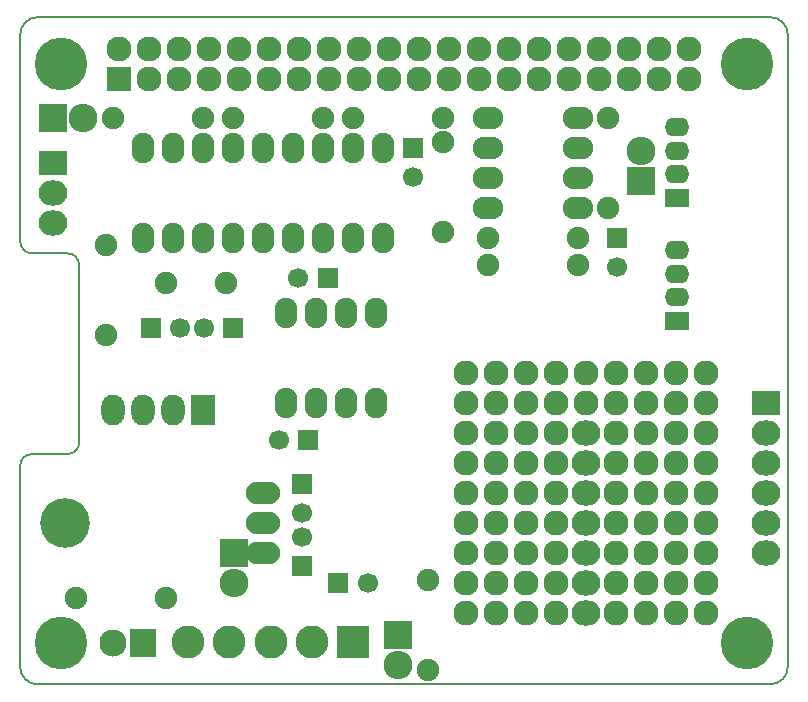
<source format=gts>
G04 #@! TF.FileFunction,Soldermask,Top*
%FSLAX46Y46*%
G04 Gerber Fmt 4.6, Leading zero omitted, Abs format (unit mm)*
G04 Created by KiCad (PCBNEW 4.0.2+dfsg1-stable) date Wed 28 Jun 2017 02:10:21 PM CEST*
%MOMM*%
G01*
G04 APERTURE LIST*
%ADD10C,0.100000*%
%ADD11C,0.150000*%
%ADD12C,4.464000*%
%ADD13R,2.099260X1.598880*%
%ADD14O,2.099260X1.598880*%
%ADD15R,2.127200X2.127200*%
%ADD16O,2.127200X2.127200*%
%ADD17O,1.901140X2.599640*%
%ADD18R,1.700000X1.700000*%
%ADD19C,1.700000*%
%ADD20C,1.900000*%
%ADD21R,2.300000X2.400000*%
%ADD22C,2.300000*%
%ADD23R,2.432000X2.432000*%
%ADD24O,2.432000X2.432000*%
%ADD25O,2.899360X1.901140*%
%ADD26C,4.199840*%
%ADD27C,2.127200*%
%ADD28O,2.432000X2.127200*%
%ADD29R,2.000200X2.597100*%
%ADD30O,2.000200X2.597100*%
%ADD31R,2.432000X2.127200*%
%ADD32C,2.800000*%
%ADD33R,2.800000X2.800000*%
%ADD34O,2.599640X1.901140*%
G04 APERTURE END LIST*
D10*
D11*
X129500000Y-71500000D02*
X191500000Y-71500000D01*
X128000000Y-90500000D02*
X128000000Y-73000000D01*
X128000000Y-90500000D02*
G75*
G03X129000000Y-91500000I1000000J0D01*
G01*
X129000000Y-91500000D02*
X132000000Y-91500000D01*
X133000000Y-92500000D02*
G75*
G03X132000000Y-91500000I-1000000J0D01*
G01*
X133000000Y-107500000D02*
X133000000Y-92500000D01*
X128000000Y-126500000D02*
X128000000Y-109500000D01*
X129000000Y-108500000D02*
X132000000Y-108500000D01*
X132000000Y-108500000D02*
G75*
G03X133000000Y-107500000I0J1000000D01*
G01*
X129000000Y-108500000D02*
G75*
G03X128000000Y-109500000I0J-1000000D01*
G01*
X191500000Y-128000000D02*
X129500000Y-128000000D01*
X193000000Y-73000000D02*
X193000000Y-126500000D01*
X129500000Y-71500000D02*
G75*
G03X128000000Y-73000000I0J-1500000D01*
G01*
X128000000Y-126500000D02*
G75*
G03X129500000Y-128000000I1500000J0D01*
G01*
X191500000Y-128000000D02*
G75*
G03X193000000Y-126500000I0J1500000D01*
G01*
X193000000Y-73000000D02*
G75*
G03X191500000Y-71500000I-1500000J0D01*
G01*
D12*
X189500000Y-75500000D03*
D13*
X183642000Y-97233740D03*
D14*
X183642000Y-95234760D03*
X183642000Y-93233240D03*
X183642000Y-91234260D03*
D12*
X131500000Y-124500000D03*
X131500000Y-75500000D03*
D15*
X136372600Y-76758800D03*
D16*
X136372600Y-74218800D03*
X138912600Y-76758800D03*
X138912600Y-74218800D03*
X141452600Y-76758800D03*
X141452600Y-74218800D03*
X143992600Y-76758800D03*
X143992600Y-74218800D03*
X146532600Y-76758800D03*
X146532600Y-74218800D03*
X149072600Y-76758800D03*
X149072600Y-74218800D03*
X151612600Y-76758800D03*
X151612600Y-74218800D03*
X154152600Y-76758800D03*
X154152600Y-74218800D03*
X156692600Y-76758800D03*
X156692600Y-74218800D03*
X159232600Y-76758800D03*
X159232600Y-74218800D03*
X161772600Y-76758800D03*
X161772600Y-74218800D03*
X164312600Y-76758800D03*
X164312600Y-74218800D03*
X166852600Y-76758800D03*
X166852600Y-74218800D03*
X169392600Y-76758800D03*
X169392600Y-74218800D03*
X171932600Y-76758800D03*
X171932600Y-74218800D03*
X174472600Y-76758800D03*
X174472600Y-74218800D03*
X177012600Y-76758800D03*
X177012600Y-74218800D03*
X179552600Y-76758800D03*
X179552600Y-74218800D03*
X182092600Y-76758800D03*
X182092600Y-74218800D03*
X184632600Y-76758800D03*
X184632600Y-74218800D03*
D17*
X150495000Y-96520000D03*
X153035000Y-96520000D03*
X155575000Y-96520000D03*
X158115000Y-96520000D03*
X158115000Y-104140000D03*
X155575000Y-104140000D03*
X153035000Y-104140000D03*
X150495000Y-104140000D03*
D18*
X161290000Y-82550000D03*
D19*
X161290000Y-85050000D03*
D20*
X146050000Y-80010000D03*
X153670000Y-80010000D03*
D18*
X146050000Y-97790000D03*
D19*
X143550000Y-97790000D03*
D18*
X139065000Y-97790000D03*
D19*
X141565000Y-97790000D03*
D18*
X178562000Y-90170000D03*
D19*
X178562000Y-92670000D03*
D20*
X163830000Y-80010000D03*
X156210000Y-80010000D03*
X135255000Y-90805000D03*
X135255000Y-98425000D03*
D18*
X154051000Y-93573600D03*
D19*
X151551000Y-93573600D03*
D20*
X135890000Y-80010000D03*
X143510000Y-80010000D03*
D12*
X189500000Y-124500000D03*
D18*
X151892000Y-110998000D03*
D19*
X151892000Y-113498000D03*
D18*
X151892000Y-117983000D03*
D19*
X151892000Y-115483000D03*
D21*
X138430000Y-124460000D03*
D22*
X135890000Y-124460000D03*
D23*
X160020000Y-123825000D03*
D24*
X160020000Y-126365000D03*
D20*
X132715000Y-120650000D03*
X140335000Y-120650000D03*
D25*
X148590000Y-114300000D03*
X148590000Y-111760000D03*
X148590000Y-116840000D03*
D26*
X131826000Y-114300000D03*
D20*
X145415000Y-93980000D03*
X140335000Y-93980000D03*
D17*
X158750000Y-90170000D03*
X156210000Y-90170000D03*
X153670000Y-90170000D03*
X151130000Y-90170000D03*
X148590000Y-90170000D03*
X146050000Y-90170000D03*
X143510000Y-90170000D03*
X140970000Y-90170000D03*
X138430000Y-90170000D03*
X138430000Y-82550000D03*
X140970000Y-82550000D03*
X143510000Y-82550000D03*
X146050000Y-82550000D03*
X148590000Y-82550000D03*
X151130000Y-82550000D03*
X153670000Y-82550000D03*
X156210000Y-82550000D03*
X158750000Y-82550000D03*
D20*
X162560000Y-126746000D03*
X162560000Y-119126000D03*
D27*
X175895000Y-104140000D03*
D28*
X175895000Y-106680000D03*
X175895000Y-109220000D03*
X175895000Y-111760000D03*
X175895000Y-114300000D03*
X175895000Y-116840000D03*
X175895000Y-119380000D03*
X175895000Y-121920000D03*
D27*
X180975000Y-104140000D03*
D16*
X178435000Y-104140000D03*
X180975000Y-106680000D03*
X178435000Y-106680000D03*
X180975000Y-109220000D03*
X178435000Y-109220000D03*
X180975000Y-111760000D03*
X178435000Y-111760000D03*
X180975000Y-114300000D03*
X178435000Y-114300000D03*
X180975000Y-116840000D03*
X178435000Y-116840000D03*
X180975000Y-119380000D03*
X178435000Y-119380000D03*
X180975000Y-121920000D03*
X178435000Y-121920000D03*
D27*
X186055000Y-104140000D03*
D16*
X183515000Y-104140000D03*
X186055000Y-106680000D03*
X183515000Y-106680000D03*
X186055000Y-109220000D03*
X183515000Y-109220000D03*
X186055000Y-111760000D03*
X183515000Y-111760000D03*
X186055000Y-114300000D03*
X183515000Y-114300000D03*
X186055000Y-116840000D03*
X183515000Y-116840000D03*
X186055000Y-119380000D03*
X183515000Y-119380000D03*
X186055000Y-121920000D03*
X183515000Y-121920000D03*
D20*
X163830000Y-82042000D03*
X163830000Y-89662000D03*
X175260000Y-92456000D03*
X167640000Y-92456000D03*
X177800000Y-87630000D03*
X177800000Y-80010000D03*
X175260000Y-90170000D03*
X167640000Y-90170000D03*
D27*
X168275000Y-104140000D03*
D16*
X165735000Y-104140000D03*
X168275000Y-106680000D03*
X165735000Y-106680000D03*
X168275000Y-109220000D03*
X165735000Y-109220000D03*
X168275000Y-111760000D03*
X165735000Y-111760000D03*
X168275000Y-114300000D03*
X165735000Y-114300000D03*
X168275000Y-116840000D03*
X165735000Y-116840000D03*
X168275000Y-119380000D03*
X165735000Y-119380000D03*
X168275000Y-121920000D03*
X165735000Y-121920000D03*
D27*
X173355000Y-104140000D03*
D16*
X170815000Y-104140000D03*
X173355000Y-106680000D03*
X170815000Y-106680000D03*
X173355000Y-109220000D03*
X170815000Y-109220000D03*
X173355000Y-111760000D03*
X170815000Y-111760000D03*
X173355000Y-114300000D03*
X170815000Y-114300000D03*
X173355000Y-116840000D03*
X170815000Y-116840000D03*
X173355000Y-119380000D03*
X170815000Y-119380000D03*
X173355000Y-121920000D03*
X170815000Y-121920000D03*
D23*
X130810000Y-80010000D03*
D24*
X133350000Y-80010000D03*
D18*
X152400000Y-107315000D03*
D19*
X149900000Y-107315000D03*
D18*
X154940000Y-119380000D03*
D19*
X157440000Y-119380000D03*
D29*
X143510000Y-104775000D03*
D30*
X140970000Y-104775000D03*
X138430000Y-104775000D03*
X135890000Y-104775000D03*
D13*
X183642000Y-86819740D03*
D14*
X183642000Y-84820760D03*
X183642000Y-82819240D03*
X183642000Y-80820260D03*
D27*
X165735000Y-101600000D03*
X168275000Y-101600000D03*
X170815000Y-101600000D03*
X173355000Y-101600000D03*
D16*
X175895000Y-101600000D03*
X178435000Y-101600000D03*
D27*
X180975000Y-101600000D03*
D16*
X183515000Y-101600000D03*
D27*
X186055000Y-101600000D03*
D23*
X180594000Y-85344000D03*
D24*
X180594000Y-82804000D03*
D31*
X130810000Y-83820000D03*
D28*
X130810000Y-86360000D03*
X130810000Y-88900000D03*
D32*
X152725000Y-124395000D03*
D33*
X156225000Y-124395000D03*
D32*
X149225000Y-124395000D03*
X145725000Y-124395000D03*
X142225000Y-124395000D03*
D34*
X167640000Y-87630000D03*
X167640000Y-85090000D03*
X167640000Y-82550000D03*
X167640000Y-80010000D03*
X175260000Y-80010000D03*
X175260000Y-82550000D03*
X175260000Y-85090000D03*
X175260000Y-87630000D03*
D23*
X146126200Y-116865400D03*
D24*
X146126200Y-119405400D03*
D31*
X191135000Y-104140000D03*
D28*
X191135000Y-106680000D03*
X191135000Y-109220000D03*
X191135000Y-111760000D03*
X191135000Y-114300000D03*
X191135000Y-116840000D03*
M02*

</source>
